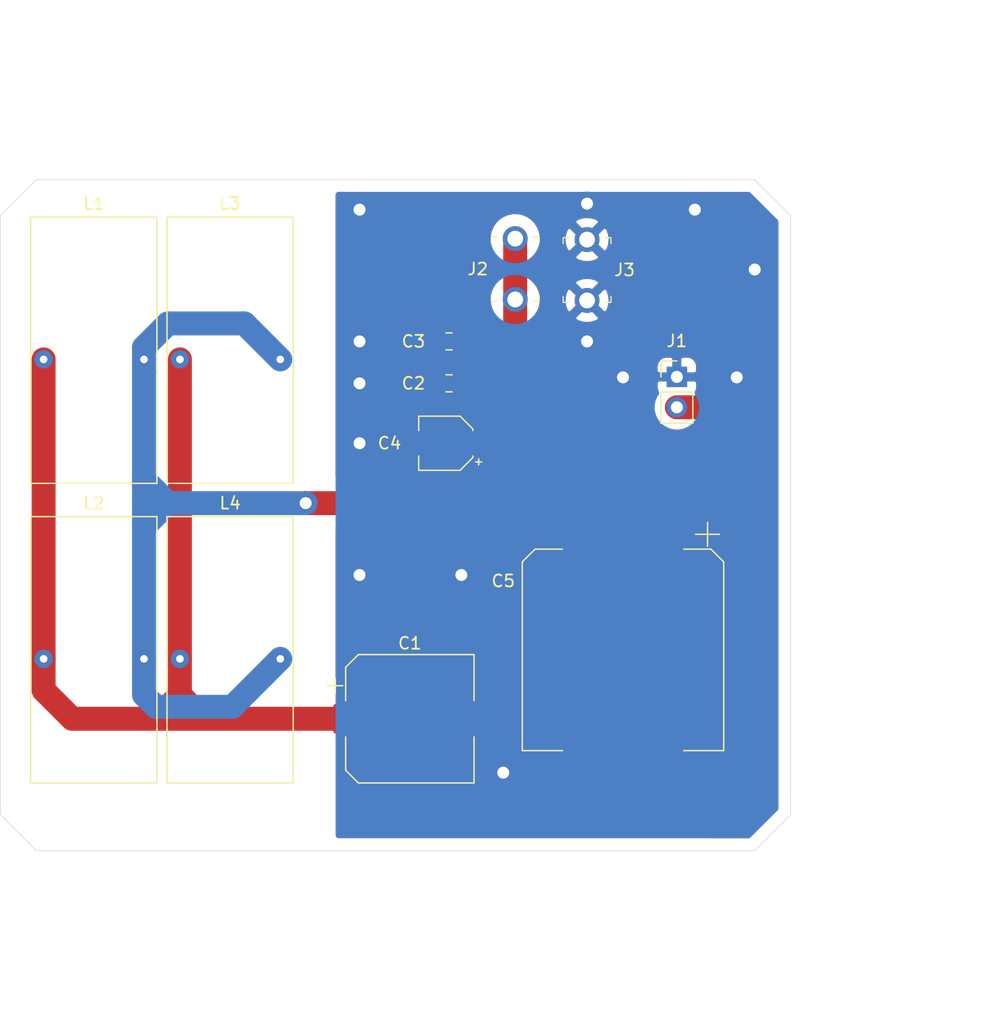
<source format=kicad_pcb>
(kicad_pcb (version 20171130) (host pcbnew "(5.1.5)-3")

  (general
    (thickness 1.6)
    (drawings 8)
    (tracks 86)
    (zones 0)
    (modules 12)
    (nets 4)
  )

  (page A4)
  (layers
    (0 F.Cu signal)
    (31 B.Cu signal)
    (32 B.Adhes user)
    (33 F.Adhes user)
    (34 B.Paste user)
    (35 F.Paste user)
    (36 B.SilkS user)
    (37 F.SilkS user)
    (38 B.Mask user)
    (39 F.Mask user)
    (40 Dwgs.User user)
    (41 Cmts.User user)
    (42 Eco1.User user)
    (43 Eco2.User user)
    (44 Edge.Cuts user)
    (45 Margin user)
    (46 B.CrtYd user)
    (47 F.CrtYd user)
    (48 B.Fab user)
    (49 F.Fab user)
  )

  (setup
    (last_trace_width 1)
    (user_trace_width 0.5)
    (user_trace_width 1)
    (user_trace_width 2)
    (trace_clearance 0.2)
    (zone_clearance 1)
    (zone_45_only yes)
    (trace_min 0.2)
    (via_size 0.8)
    (via_drill 0.4)
    (via_min_size 0.4)
    (via_min_drill 0.3)
    (user_via 1 0.6)
    (user_via 2 1)
    (uvia_size 0.3)
    (uvia_drill 0.1)
    (uvias_allowed no)
    (uvia_min_size 0.2)
    (uvia_min_drill 0.1)
    (edge_width 0.05)
    (segment_width 0.2)
    (pcb_text_width 0.3)
    (pcb_text_size 1.5 1.5)
    (mod_edge_width 0.12)
    (mod_text_size 1 1)
    (mod_text_width 0.15)
    (pad_size 1.524 1.524)
    (pad_drill 0.762)
    (pad_to_mask_clearance 0.051)
    (solder_mask_min_width 0.25)
    (aux_axis_origin 0 0)
    (visible_elements 7FFDFFFF)
    (pcbplotparams
      (layerselection 0x010f0_ffffffff)
      (usegerberextensions false)
      (usegerberattributes false)
      (usegerberadvancedattributes false)
      (creategerberjobfile false)
      (excludeedgelayer true)
      (linewidth 0.100000)
      (plotframeref false)
      (viasonmask false)
      (mode 1)
      (useauxorigin false)
      (hpglpennumber 1)
      (hpglpenspeed 20)
      (hpglpendiameter 15.000000)
      (psnegative false)
      (psa4output false)
      (plotreference true)
      (plotvalue true)
      (plotinvisibletext false)
      (padsonsilk false)
      (subtractmaskfromsilk false)
      (outputformat 1)
      (mirror false)
      (drillshape 0)
      (scaleselection 1)
      (outputdirectory "output/"))
  )

  (net 0 "")
  (net 1 GND)
  (net 2 VCC)
  (net 3 "Net-(C2-Pad1)")

  (net_class Default "This is the default net class."
    (clearance 0.2)
    (trace_width 0.25)
    (via_dia 0.8)
    (via_drill 0.4)
    (uvia_dia 0.3)
    (uvia_drill 0.1)
    (add_net GND)
    (add_net "Net-(C2-Pad1)")
    (add_net VCC)
  )

  (module footprints:Bourns-5729-RC (layer F.Cu) (tedit 5E74012F) (tstamp 5E746A5E)
    (at 116.191 100)
    (path /5E73FBC3)
    (fp_text reference L4 (at 0 -13) (layer F.SilkS)
      (effects (font (size 1 1) (thickness 0.15)))
    )
    (fp_text value 100uH (at 0 -12.7) (layer F.Fab)
      (effects (font (size 1 1) (thickness 0.15)))
    )
    (fp_line (start -5.2705 10.3505) (end -5.2705 -11.8745) (layer F.SilkS) (width 0.12))
    (fp_line (start 5.2705 10.3505) (end -5.2705 10.3505) (layer F.SilkS) (width 0.12))
    (fp_line (start 5.2705 -11.8745) (end 5.2705 10.3505) (layer F.SilkS) (width 0.12))
    (fp_line (start -5.2705 -11.8745) (end 5.2705 -11.8745) (layer F.SilkS) (width 0.12))
    (fp_line (start -5.207 10.287) (end -5.207 -11.811) (layer F.CrtYd) (width 0.12))
    (fp_line (start 4.699 10.287) (end -5.207 10.287) (layer F.CrtYd) (width 0.12))
    (fp_line (start 5.207 10.287) (end 4.699 10.287) (layer F.CrtYd) (width 0.12))
    (fp_line (start 5.207 -11.811) (end 5.207 10.287) (layer F.CrtYd) (width 0.12))
    (fp_line (start -5.207 -11.811) (end 5.207 -11.811) (layer F.CrtYd) (width 0.12))
    (fp_line (start -5 -11.557) (end 5 -11.557) (layer F.CrtYd) (width 0.0635))
    (fp_line (start -5 10.033) (end -5 -11.557) (layer F.CrtYd) (width 0.0635))
    (fp_line (start -5 10.033) (end 5 10.033) (layer F.CrtYd) (width 0.0635))
    (fp_line (start 5 10.033) (end 5 -11.557) (layer F.CrtYd) (width 0.0635))
    (pad 1 thru_hole circle (at -4.191 0) (size 1.524 1.524) (drill 0.635) (layers *.Cu *.Mask)
      (net 2 VCC))
    (pad 2 thru_hole circle (at 4.191 0) (size 1.524 1.524) (drill 0.635) (layers *.Cu *.Mask)
      (net 3 "Net-(C2-Pad1)"))
    (model "${ALTSTPFILES}/Inductor 5729-rc.stp"
      (offset (xyz -4.5 0 13))
      (scale (xyz 1 1 1))
      (rotate (xyz 0 180 90))
    )
  )

  (module footprints:Bourns-5729-RC (layer F.Cu) (tedit 5E74012F) (tstamp 5E746A4B)
    (at 116.191 75)
    (path /5E741D6D)
    (fp_text reference L3 (at 0 -13) (layer F.SilkS)
      (effects (font (size 1 1) (thickness 0.15)))
    )
    (fp_text value 100uH (at 0 -12.7) (layer F.Fab)
      (effects (font (size 1 1) (thickness 0.15)))
    )
    (fp_line (start -5.2705 10.3505) (end -5.2705 -11.8745) (layer F.SilkS) (width 0.12))
    (fp_line (start 5.2705 10.3505) (end -5.2705 10.3505) (layer F.SilkS) (width 0.12))
    (fp_line (start 5.2705 -11.8745) (end 5.2705 10.3505) (layer F.SilkS) (width 0.12))
    (fp_line (start -5.2705 -11.8745) (end 5.2705 -11.8745) (layer F.SilkS) (width 0.12))
    (fp_line (start -5.207 10.287) (end -5.207 -11.811) (layer F.CrtYd) (width 0.12))
    (fp_line (start 4.699 10.287) (end -5.207 10.287) (layer F.CrtYd) (width 0.12))
    (fp_line (start 5.207 10.287) (end 4.699 10.287) (layer F.CrtYd) (width 0.12))
    (fp_line (start 5.207 -11.811) (end 5.207 10.287) (layer F.CrtYd) (width 0.12))
    (fp_line (start -5.207 -11.811) (end 5.207 -11.811) (layer F.CrtYd) (width 0.12))
    (fp_line (start -5 -11.557) (end 5 -11.557) (layer F.CrtYd) (width 0.0635))
    (fp_line (start -5 10.033) (end -5 -11.557) (layer F.CrtYd) (width 0.0635))
    (fp_line (start -5 10.033) (end 5 10.033) (layer F.CrtYd) (width 0.0635))
    (fp_line (start 5 10.033) (end 5 -11.557) (layer F.CrtYd) (width 0.0635))
    (pad 1 thru_hole circle (at -4.191 0) (size 1.524 1.524) (drill 0.635) (layers *.Cu *.Mask)
      (net 2 VCC))
    (pad 2 thru_hole circle (at 4.191 0) (size 1.524 1.524) (drill 0.635) (layers *.Cu *.Mask)
      (net 3 "Net-(C2-Pad1)"))
    (model "${ALTSTPFILES}/Inductor 5729-rc.stp"
      (offset (xyz -4.5 0 13))
      (scale (xyz 1 1 1))
      (rotate (xyz 0 180 90))
    )
  )

  (module footprints:Bourns-5729-RC (layer F.Cu) (tedit 5E74012F) (tstamp 5E746A38)
    (at 104.809 100)
    (path /5E74262B)
    (fp_text reference L2 (at 0 -13) (layer F.SilkS)
      (effects (font (size 1 1) (thickness 0.15)))
    )
    (fp_text value 100uH (at 0 -12.7) (layer F.Fab)
      (effects (font (size 1 1) (thickness 0.15)))
    )
    (fp_line (start -5.2705 10.3505) (end -5.2705 -11.8745) (layer F.SilkS) (width 0.12))
    (fp_line (start 5.2705 10.3505) (end -5.2705 10.3505) (layer F.SilkS) (width 0.12))
    (fp_line (start 5.2705 -11.8745) (end 5.2705 10.3505) (layer F.SilkS) (width 0.12))
    (fp_line (start -5.2705 -11.8745) (end 5.2705 -11.8745) (layer F.SilkS) (width 0.12))
    (fp_line (start -5.207 10.287) (end -5.207 -11.811) (layer F.CrtYd) (width 0.12))
    (fp_line (start 4.699 10.287) (end -5.207 10.287) (layer F.CrtYd) (width 0.12))
    (fp_line (start 5.207 10.287) (end 4.699 10.287) (layer F.CrtYd) (width 0.12))
    (fp_line (start 5.207 -11.811) (end 5.207 10.287) (layer F.CrtYd) (width 0.12))
    (fp_line (start -5.207 -11.811) (end 5.207 -11.811) (layer F.CrtYd) (width 0.12))
    (fp_line (start -5 -11.557) (end 5 -11.557) (layer F.CrtYd) (width 0.0635))
    (fp_line (start -5 10.033) (end -5 -11.557) (layer F.CrtYd) (width 0.0635))
    (fp_line (start -5 10.033) (end 5 10.033) (layer F.CrtYd) (width 0.0635))
    (fp_line (start 5 10.033) (end 5 -11.557) (layer F.CrtYd) (width 0.0635))
    (pad 1 thru_hole circle (at -4.191 0) (size 1.524 1.524) (drill 0.635) (layers *.Cu *.Mask)
      (net 2 VCC))
    (pad 2 thru_hole circle (at 4.191 0) (size 1.524 1.524) (drill 0.635) (layers *.Cu *.Mask)
      (net 3 "Net-(C2-Pad1)"))
    (model "${ALTSTPFILES}/Inductor 5729-rc.stp"
      (offset (xyz -4.5 0 13))
      (scale (xyz 1 1 1))
      (rotate (xyz 0 180 90))
    )
  )

  (module footprints:Bourns-5729-RC (layer F.Cu) (tedit 5E74012F) (tstamp 5E746A25)
    (at 104.809 75)
    (path /5E743104)
    (fp_text reference L1 (at 0 -13) (layer F.SilkS)
      (effects (font (size 1 1) (thickness 0.15)))
    )
    (fp_text value 100uH (at 0 -12.7) (layer F.Fab)
      (effects (font (size 1 1) (thickness 0.15)))
    )
    (fp_line (start -5.2705 10.3505) (end -5.2705 -11.8745) (layer F.SilkS) (width 0.12))
    (fp_line (start 5.2705 10.3505) (end -5.2705 10.3505) (layer F.SilkS) (width 0.12))
    (fp_line (start 5.2705 -11.8745) (end 5.2705 10.3505) (layer F.SilkS) (width 0.12))
    (fp_line (start -5.2705 -11.8745) (end 5.2705 -11.8745) (layer F.SilkS) (width 0.12))
    (fp_line (start -5.207 10.287) (end -5.207 -11.811) (layer F.CrtYd) (width 0.12))
    (fp_line (start 4.699 10.287) (end -5.207 10.287) (layer F.CrtYd) (width 0.12))
    (fp_line (start 5.207 10.287) (end 4.699 10.287) (layer F.CrtYd) (width 0.12))
    (fp_line (start 5.207 -11.811) (end 5.207 10.287) (layer F.CrtYd) (width 0.12))
    (fp_line (start -5.207 -11.811) (end 5.207 -11.811) (layer F.CrtYd) (width 0.12))
    (fp_line (start -5 -11.557) (end 5 -11.557) (layer F.CrtYd) (width 0.0635))
    (fp_line (start -5 10.033) (end -5 -11.557) (layer F.CrtYd) (width 0.0635))
    (fp_line (start -5 10.033) (end 5 10.033) (layer F.CrtYd) (width 0.0635))
    (fp_line (start 5 10.033) (end 5 -11.557) (layer F.CrtYd) (width 0.0635))
    (pad 1 thru_hole circle (at -4.191 0) (size 1.524 1.524) (drill 0.635) (layers *.Cu *.Mask)
      (net 2 VCC))
    (pad 2 thru_hole circle (at 4.191 0) (size 1.524 1.524) (drill 0.635) (layers *.Cu *.Mask)
      (net 3 "Net-(C2-Pad1)"))
    (model "${ALTSTPFILES}/Inductor 5729-rc.stp"
      (offset (xyz -4.5 0 13))
      (scale (xyz 1 1 1))
      (rotate (xyz 0 180 90))
    )
  )

  (module digikey-footprints:Test_Jack_Horiz (layer F.Cu) (tedit 5CADFBF7) (tstamp 5E746A12)
    (at 146 67.54 270)
    (descr https://belfuse.com/resources/Johnson/drawings/dr-1051101001.pdf)
    (path /5E75170F)
    (fp_text reference J3 (at 0 -3.13 180) (layer F.SilkS)
      (effects (font (size 1 1) (thickness 0.15)))
    )
    (fp_text value 105-1103-001 (at 0 3.02 90) (layer F.Fab)
      (effects (font (size 1 1) (thickness 0.15)))
    )
    (fp_line (start -2.54 1.8669) (end 2.54 1.8669) (layer F.Fab) (width 0.1))
    (fp_line (start -2.54 1.8669) (end -2.54 -1.8669) (layer F.Fab) (width 0.1))
    (fp_line (start 2.54 1.8669) (end 2.54 -1.8669) (layer F.Fab) (width 0.1))
    (fp_line (start -2.54 -1.8669) (end 2.54 -1.8669) (layer F.Fab) (width 0.1))
    (fp_line (start 2.7 -2) (end 2.2 -2) (layer F.SilkS) (width 0.1))
    (fp_line (start 2.7 -2) (end 2.7 -1.5) (layer F.SilkS) (width 0.1))
    (fp_line (start -2.7 -2) (end -2.2 -2) (layer F.SilkS) (width 0.1))
    (fp_line (start -2.7 -2) (end -2.7 -1.5) (layer F.SilkS) (width 0.1))
    (fp_line (start -2.7 2) (end -2.2 2) (layer F.SilkS) (width 0.1))
    (fp_line (start -2.7 2) (end -2.7 1.5) (layer F.SilkS) (width 0.1))
    (fp_line (start 2.7 2) (end 2.7 1.5) (layer F.SilkS) (width 0.1))
    (fp_line (start 2.7 2) (end 2.2 2) (layer F.SilkS) (width 0.1))
    (fp_text user %R (at 0 0 90) (layer F.Fab)
      (effects (font (size 1 1) (thickness 0.15)))
    )
    (fp_line (start 3.83 -2.12) (end -3.83 -2.12) (layer F.CrtYd) (width 0.05))
    (fp_line (start 3.83 -2.12) (end 3.83 2.12) (layer F.CrtYd) (width 0.05))
    (fp_line (start -3.83 -2.12) (end -3.83 2.12) (layer F.CrtYd) (width 0.05))
    (fp_line (start 3.83 2.12) (end -3.83 2.12) (layer F.CrtYd) (width 0.05))
    (pad 1 thru_hole circle (at 2.54 0 270) (size 2.0828 2.0828) (drill 1.3208) (layers *.Cu *.Mask)
      (net 1 GND))
    (pad 1 thru_hole circle (at -2.54 0 270) (size 2.0828 2.0828) (drill 1.3208) (layers *.Cu *.Mask)
      (net 1 GND))
  )

  (module digikey-footprints:Test_Jack_Horiz (layer F.Cu) (tedit 5CADFBF7) (tstamp 5E7469FB)
    (at 140 67.46 90)
    (descr https://belfuse.com/resources/Johnson/drawings/dr-1051101001.pdf)
    (path /5E750143)
    (fp_text reference J2 (at 0 -3.13 180) (layer F.SilkS)
      (effects (font (size 1 1) (thickness 0.15)))
    )
    (fp_text value 105-1102-001 (at 0 3.02 90) (layer F.Fab)
      (effects (font (size 1 1) (thickness 0.15)))
    )
    (fp_line (start -2.54 1.8669) (end 2.54 1.8669) (layer F.Fab) (width 0.1))
    (fp_line (start -2.54 1.8669) (end -2.54 -1.8669) (layer F.Fab) (width 0.1))
    (fp_line (start 2.54 1.8669) (end 2.54 -1.8669) (layer F.Fab) (width 0.1))
    (fp_line (start -2.54 -1.8669) (end 2.54 -1.8669) (layer F.Fab) (width 0.1))
    (fp_line (start 2.7 -2) (end 2.2 -2) (layer F.SilkS) (width 0.1))
    (fp_line (start 2.7 -2) (end 2.7 -1.5) (layer F.SilkS) (width 0.1))
    (fp_line (start -2.7 -2) (end -2.2 -2) (layer F.SilkS) (width 0.1))
    (fp_line (start -2.7 -2) (end -2.7 -1.5) (layer F.SilkS) (width 0.1))
    (fp_line (start -2.7 2) (end -2.2 2) (layer F.SilkS) (width 0.1))
    (fp_line (start -2.7 2) (end -2.7 1.5) (layer F.SilkS) (width 0.1))
    (fp_line (start 2.7 2) (end 2.7 1.5) (layer F.SilkS) (width 0.1))
    (fp_line (start 2.7 2) (end 2.2 2) (layer F.SilkS) (width 0.1))
    (fp_text user %R (at 0 0 90) (layer F.Fab)
      (effects (font (size 1 1) (thickness 0.15)))
    )
    (fp_line (start 3.83 -2.12) (end -3.83 -2.12) (layer F.CrtYd) (width 0.05))
    (fp_line (start 3.83 -2.12) (end 3.83 2.12) (layer F.CrtYd) (width 0.05))
    (fp_line (start -3.83 -2.12) (end -3.83 2.12) (layer F.CrtYd) (width 0.05))
    (fp_line (start 3.83 2.12) (end -3.83 2.12) (layer F.CrtYd) (width 0.05))
    (pad 1 thru_hole circle (at 2.54 0 90) (size 2.0828 2.0828) (drill 1.3208) (layers *.Cu *.Mask)
      (net 3 "Net-(C2-Pad1)"))
    (pad 1 thru_hole circle (at -2.54 0 90) (size 2.0828 2.0828) (drill 1.3208) (layers *.Cu *.Mask)
      (net 3 "Net-(C2-Pad1)"))
  )

  (module Connector_PinHeader_2.54mm:PinHeader_1x02_P2.54mm_Vertical (layer F.Cu) (tedit 59FED5CC) (tstamp 5E7469E4)
    (at 153.5 76.46)
    (descr "Through hole straight pin header, 1x02, 2.54mm pitch, single row")
    (tags "Through hole pin header THT 1x02 2.54mm single row")
    (path /5E74476D)
    (fp_text reference J1 (at 0 -3) (layer F.SilkS)
      (effects (font (size 1 1) (thickness 0.15)))
    )
    (fp_text value Conn_01x02 (at 0 4.87) (layer F.Fab)
      (effects (font (size 1 1) (thickness 0.15)))
    )
    (fp_text user %R (at 0 1.27 90) (layer F.Fab)
      (effects (font (size 1 1) (thickness 0.15)))
    )
    (fp_line (start 1.8 -1.8) (end -1.8 -1.8) (layer F.CrtYd) (width 0.05))
    (fp_line (start 1.8 4.35) (end 1.8 -1.8) (layer F.CrtYd) (width 0.05))
    (fp_line (start -1.8 4.35) (end 1.8 4.35) (layer F.CrtYd) (width 0.05))
    (fp_line (start -1.8 -1.8) (end -1.8 4.35) (layer F.CrtYd) (width 0.05))
    (fp_line (start -1.33 -1.33) (end 0 -1.33) (layer F.SilkS) (width 0.12))
    (fp_line (start -1.33 0) (end -1.33 -1.33) (layer F.SilkS) (width 0.12))
    (fp_line (start -1.33 1.27) (end 1.33 1.27) (layer F.SilkS) (width 0.12))
    (fp_line (start 1.33 1.27) (end 1.33 3.87) (layer F.SilkS) (width 0.12))
    (fp_line (start -1.33 1.27) (end -1.33 3.87) (layer F.SilkS) (width 0.12))
    (fp_line (start -1.33 3.87) (end 1.33 3.87) (layer F.SilkS) (width 0.12))
    (fp_line (start -1.27 -0.635) (end -0.635 -1.27) (layer F.Fab) (width 0.1))
    (fp_line (start -1.27 3.81) (end -1.27 -0.635) (layer F.Fab) (width 0.1))
    (fp_line (start 1.27 3.81) (end -1.27 3.81) (layer F.Fab) (width 0.1))
    (fp_line (start 1.27 -1.27) (end 1.27 3.81) (layer F.Fab) (width 0.1))
    (fp_line (start -0.635 -1.27) (end 1.27 -1.27) (layer F.Fab) (width 0.1))
    (pad 2 thru_hole oval (at 0 2.54) (size 1.7 1.7) (drill 1) (layers *.Cu *.Mask)
      (net 2 VCC))
    (pad 1 thru_hole rect (at 0 0) (size 1.7 1.7) (drill 1) (layers *.Cu *.Mask)
      (net 1 GND))
    (model ${KISYS3DMOD}/Connector_PinHeader_2.54mm.3dshapes/PinHeader_1x02_P2.54mm_Vertical.wrl
      (at (xyz 0 0 0))
      (scale (xyz 1 1 1))
      (rotate (xyz 0 0 0))
    )
  )

  (module Capacitor_SMD:CP_Elec_16x17.5 (layer F.Cu) (tedit 5BCA39D1) (tstamp 5E7469CE)
    (at 149 99.25 270)
    (descr "SMD capacitor, aluminum electrolytic, Vishay 1616, 16.0x17.5mm, http://www.vishay.com/docs/28395/150crz.pdf")
    (tags "capacitor electrolytic")
    (path /5E74F581)
    (attr smd)
    (fp_text reference C5 (at -5.75 10 180) (layer F.SilkS)
      (effects (font (size 1 1) (thickness 0.15)))
    )
    (fp_text value 1mF (at 0 9.35 90) (layer F.Fab)
      (effects (font (size 1 1) (thickness 0.15)))
    )
    (fp_text user %R (at 0 0 90) (layer F.Fab)
      (effects (font (size 1 1) (thickness 0.15)))
    )
    (fp_line (start -10.4 5.05) (end -8.55 5.05) (layer F.CrtYd) (width 0.05))
    (fp_line (start -10.4 -5.05) (end -10.4 5.05) (layer F.CrtYd) (width 0.05))
    (fp_line (start -8.55 -5.05) (end -10.4 -5.05) (layer F.CrtYd) (width 0.05))
    (fp_line (start -8.55 5.05) (end -8.55 7.4) (layer F.CrtYd) (width 0.05))
    (fp_line (start -8.55 -7.4) (end -8.55 -5.05) (layer F.CrtYd) (width 0.05))
    (fp_line (start -8.55 -7.4) (end -7.4 -8.55) (layer F.CrtYd) (width 0.05))
    (fp_line (start -8.55 7.4) (end -7.4 8.55) (layer F.CrtYd) (width 0.05))
    (fp_line (start -7.4 -8.55) (end 8.55 -8.55) (layer F.CrtYd) (width 0.05))
    (fp_line (start -7.4 8.55) (end 8.55 8.55) (layer F.CrtYd) (width 0.05))
    (fp_line (start 8.55 5.05) (end 8.55 8.55) (layer F.CrtYd) (width 0.05))
    (fp_line (start 10.4 5.05) (end 8.55 5.05) (layer F.CrtYd) (width 0.05))
    (fp_line (start 10.4 -5.05) (end 10.4 5.05) (layer F.CrtYd) (width 0.05))
    (fp_line (start 8.55 -5.05) (end 10.4 -5.05) (layer F.CrtYd) (width 0.05))
    (fp_line (start 8.55 -8.55) (end 8.55 -5.05) (layer F.CrtYd) (width 0.05))
    (fp_line (start -9.65 -8.06) (end -9.65 -6.06) (layer F.SilkS) (width 0.12))
    (fp_line (start -10.65 -7.06) (end -8.65 -7.06) (layer F.SilkS) (width 0.12))
    (fp_line (start -8.41 7.345563) (end -7.345563 8.41) (layer F.SilkS) (width 0.12))
    (fp_line (start -8.41 -7.345563) (end -7.345563 -8.41) (layer F.SilkS) (width 0.12))
    (fp_line (start -8.41 -7.345563) (end -8.41 -5.06) (layer F.SilkS) (width 0.12))
    (fp_line (start -8.41 7.345563) (end -8.41 5.06) (layer F.SilkS) (width 0.12))
    (fp_line (start -7.345563 8.41) (end 8.41 8.41) (layer F.SilkS) (width 0.12))
    (fp_line (start -7.345563 -8.41) (end 8.41 -8.41) (layer F.SilkS) (width 0.12))
    (fp_line (start 8.41 -8.41) (end 8.41 -5.06) (layer F.SilkS) (width 0.12))
    (fp_line (start 8.41 8.41) (end 8.41 5.06) (layer F.SilkS) (width 0.12))
    (fp_line (start -6.717142 -3.1) (end -6.717142 -1.5) (layer F.Fab) (width 0.1))
    (fp_line (start -7.517142 -2.3) (end -5.917142 -2.3) (layer F.Fab) (width 0.1))
    (fp_line (start -8.3 7.3) (end -7.3 8.3) (layer F.Fab) (width 0.1))
    (fp_line (start -8.3 -7.3) (end -7.3 -8.3) (layer F.Fab) (width 0.1))
    (fp_line (start -8.3 -7.3) (end -8.3 7.3) (layer F.Fab) (width 0.1))
    (fp_line (start -7.3 8.3) (end 8.3 8.3) (layer F.Fab) (width 0.1))
    (fp_line (start -7.3 -8.3) (end 8.3 -8.3) (layer F.Fab) (width 0.1))
    (fp_line (start 8.3 -8.3) (end 8.3 8.3) (layer F.Fab) (width 0.1))
    (fp_circle (center 0 0) (end 8 0) (layer F.Fab) (width 0.1))
    (pad 2 smd roundrect (at 6.25 0 270) (size 7.8 9.6) (layers F.Cu F.Paste F.Mask) (roundrect_rratio 0.032051)
      (net 1 GND))
    (pad 1 smd roundrect (at -6.25 0 270) (size 7.8 9.6) (layers F.Cu F.Paste F.Mask) (roundrect_rratio 0.032051)
      (net 3 "Net-(C2-Pad1)"))
    (model ${KISYS3DMOD}/Capacitor_SMD.3dshapes/CP_Elec_16x17.5.wrl
      (at (xyz 0 0 0))
      (scale (xyz 1 1 1))
      (rotate (xyz 0 0 0))
    )
  )

  (module Capacitor_SMD:CP_Elec_4x5.8 (layer F.Cu) (tedit 5BCA39CF) (tstamp 5E7469A6)
    (at 134.2 82 180)
    (descr "SMD capacitor, aluminum electrolytic, Panasonic, 4.0x5.8mm")
    (tags "capacitor electrolytic")
    (path /5E74EFF7)
    (attr smd)
    (fp_text reference C4 (at 4.7 0) (layer F.SilkS)
      (effects (font (size 1 1) (thickness 0.15)))
    )
    (fp_text value 10uF (at 0 3.2) (layer F.Fab)
      (effects (font (size 1 1) (thickness 0.15)))
    )
    (fp_text user %R (at 0 0) (layer F.Fab)
      (effects (font (size 0.8 0.8) (thickness 0.12)))
    )
    (fp_line (start -3.35 1.05) (end -2.4 1.05) (layer F.CrtYd) (width 0.05))
    (fp_line (start -3.35 -1.05) (end -3.35 1.05) (layer F.CrtYd) (width 0.05))
    (fp_line (start -2.4 -1.05) (end -3.35 -1.05) (layer F.CrtYd) (width 0.05))
    (fp_line (start -2.4 1.05) (end -2.4 1.25) (layer F.CrtYd) (width 0.05))
    (fp_line (start -2.4 -1.25) (end -2.4 -1.05) (layer F.CrtYd) (width 0.05))
    (fp_line (start -2.4 -1.25) (end -1.25 -2.4) (layer F.CrtYd) (width 0.05))
    (fp_line (start -2.4 1.25) (end -1.25 2.4) (layer F.CrtYd) (width 0.05))
    (fp_line (start -1.25 -2.4) (end 2.4 -2.4) (layer F.CrtYd) (width 0.05))
    (fp_line (start -1.25 2.4) (end 2.4 2.4) (layer F.CrtYd) (width 0.05))
    (fp_line (start 2.4 1.05) (end 2.4 2.4) (layer F.CrtYd) (width 0.05))
    (fp_line (start 3.35 1.05) (end 2.4 1.05) (layer F.CrtYd) (width 0.05))
    (fp_line (start 3.35 -1.05) (end 3.35 1.05) (layer F.CrtYd) (width 0.05))
    (fp_line (start 2.4 -1.05) (end 3.35 -1.05) (layer F.CrtYd) (width 0.05))
    (fp_line (start 2.4 -2.4) (end 2.4 -1.05) (layer F.CrtYd) (width 0.05))
    (fp_line (start -2.75 -1.81) (end -2.75 -1.31) (layer F.SilkS) (width 0.12))
    (fp_line (start -3 -1.56) (end -2.5 -1.56) (layer F.SilkS) (width 0.12))
    (fp_line (start -2.26 1.195563) (end -1.195563 2.26) (layer F.SilkS) (width 0.12))
    (fp_line (start -2.26 -1.195563) (end -1.195563 -2.26) (layer F.SilkS) (width 0.12))
    (fp_line (start -2.26 -1.195563) (end -2.26 -1.06) (layer F.SilkS) (width 0.12))
    (fp_line (start -2.26 1.195563) (end -2.26 1.06) (layer F.SilkS) (width 0.12))
    (fp_line (start -1.195563 2.26) (end 2.26 2.26) (layer F.SilkS) (width 0.12))
    (fp_line (start -1.195563 -2.26) (end 2.26 -2.26) (layer F.SilkS) (width 0.12))
    (fp_line (start 2.26 -2.26) (end 2.26 -1.06) (layer F.SilkS) (width 0.12))
    (fp_line (start 2.26 2.26) (end 2.26 1.06) (layer F.SilkS) (width 0.12))
    (fp_line (start -1.374773 -1.2) (end -1.374773 -0.8) (layer F.Fab) (width 0.1))
    (fp_line (start -1.574773 -1) (end -1.174773 -1) (layer F.Fab) (width 0.1))
    (fp_line (start -2.15 1.15) (end -1.15 2.15) (layer F.Fab) (width 0.1))
    (fp_line (start -2.15 -1.15) (end -1.15 -2.15) (layer F.Fab) (width 0.1))
    (fp_line (start -2.15 -1.15) (end -2.15 1.15) (layer F.Fab) (width 0.1))
    (fp_line (start -1.15 2.15) (end 2.15 2.15) (layer F.Fab) (width 0.1))
    (fp_line (start -1.15 -2.15) (end 2.15 -2.15) (layer F.Fab) (width 0.1))
    (fp_line (start 2.15 -2.15) (end 2.15 2.15) (layer F.Fab) (width 0.1))
    (fp_circle (center 0 0) (end 2 0) (layer F.Fab) (width 0.1))
    (pad 2 smd roundrect (at 1.8 0 180) (size 2.6 1.6) (layers F.Cu F.Paste F.Mask) (roundrect_rratio 0.15625)
      (net 1 GND))
    (pad 1 smd roundrect (at -1.8 0 180) (size 2.6 1.6) (layers F.Cu F.Paste F.Mask) (roundrect_rratio 0.15625)
      (net 3 "Net-(C2-Pad1)"))
    (model ${KISYS3DMOD}/Capacitor_SMD.3dshapes/CP_Elec_4x5.8.wrl
      (at (xyz 0 0 0))
      (scale (xyz 1 1 1))
      (rotate (xyz 0 0 0))
    )
  )

  (module Capacitor_SMD:C_0805_2012Metric_Pad1.15x1.40mm_HandSolder (layer F.Cu) (tedit 5B36C52B) (tstamp 5E74697E)
    (at 134.475 73.5 180)
    (descr "Capacitor SMD 0805 (2012 Metric), square (rectangular) end terminal, IPC_7351 nominal with elongated pad for handsoldering. (Body size source: https://docs.google.com/spreadsheets/d/1BsfQQcO9C6DZCsRaXUlFlo91Tg2WpOkGARC1WS5S8t0/edit?usp=sharing), generated with kicad-footprint-generator")
    (tags "capacitor handsolder")
    (path /5E74D7A4)
    (attr smd)
    (fp_text reference C3 (at 2.975 0) (layer F.SilkS)
      (effects (font (size 1 1) (thickness 0.15)))
    )
    (fp_text value 100nF (at 0 1.65) (layer F.Fab)
      (effects (font (size 1 1) (thickness 0.15)))
    )
    (fp_text user %R (at 0 0) (layer F.Fab)
      (effects (font (size 0.5 0.5) (thickness 0.08)))
    )
    (fp_line (start 1.85 0.95) (end -1.85 0.95) (layer F.CrtYd) (width 0.05))
    (fp_line (start 1.85 -0.95) (end 1.85 0.95) (layer F.CrtYd) (width 0.05))
    (fp_line (start -1.85 -0.95) (end 1.85 -0.95) (layer F.CrtYd) (width 0.05))
    (fp_line (start -1.85 0.95) (end -1.85 -0.95) (layer F.CrtYd) (width 0.05))
    (fp_line (start -0.261252 0.71) (end 0.261252 0.71) (layer F.SilkS) (width 0.12))
    (fp_line (start -0.261252 -0.71) (end 0.261252 -0.71) (layer F.SilkS) (width 0.12))
    (fp_line (start 1 0.6) (end -1 0.6) (layer F.Fab) (width 0.1))
    (fp_line (start 1 -0.6) (end 1 0.6) (layer F.Fab) (width 0.1))
    (fp_line (start -1 -0.6) (end 1 -0.6) (layer F.Fab) (width 0.1))
    (fp_line (start -1 0.6) (end -1 -0.6) (layer F.Fab) (width 0.1))
    (pad 2 smd roundrect (at 1.025 0 180) (size 1.15 1.4) (layers F.Cu F.Paste F.Mask) (roundrect_rratio 0.217391)
      (net 1 GND))
    (pad 1 smd roundrect (at -1.025 0 180) (size 1.15 1.4) (layers F.Cu F.Paste F.Mask) (roundrect_rratio 0.217391)
      (net 3 "Net-(C2-Pad1)"))
    (model ${KISYS3DMOD}/Capacitor_SMD.3dshapes/C_0805_2012Metric.wrl
      (at (xyz 0 0 0))
      (scale (xyz 1 1 1))
      (rotate (xyz 0 0 0))
    )
  )

  (module Capacitor_SMD:C_0805_2012Metric_Pad1.15x1.40mm_HandSolder (layer F.Cu) (tedit 5B36C52B) (tstamp 5E74696D)
    (at 134.475 77 180)
    (descr "Capacitor SMD 0805 (2012 Metric), square (rectangular) end terminal, IPC_7351 nominal with elongated pad for handsoldering. (Body size source: https://docs.google.com/spreadsheets/d/1BsfQQcO9C6DZCsRaXUlFlo91Tg2WpOkGARC1WS5S8t0/edit?usp=sharing), generated with kicad-footprint-generator")
    (tags "capacitor handsolder")
    (path /5E74CDDF)
    (attr smd)
    (fp_text reference C2 (at 2.975 0) (layer F.SilkS)
      (effects (font (size 1 1) (thickness 0.15)))
    )
    (fp_text value 10nF (at 0 1.65) (layer F.Fab)
      (effects (font (size 1 1) (thickness 0.15)))
    )
    (fp_text user %R (at 0 0) (layer F.Fab)
      (effects (font (size 0.5 0.5) (thickness 0.08)))
    )
    (fp_line (start 1.85 0.95) (end -1.85 0.95) (layer F.CrtYd) (width 0.05))
    (fp_line (start 1.85 -0.95) (end 1.85 0.95) (layer F.CrtYd) (width 0.05))
    (fp_line (start -1.85 -0.95) (end 1.85 -0.95) (layer F.CrtYd) (width 0.05))
    (fp_line (start -1.85 0.95) (end -1.85 -0.95) (layer F.CrtYd) (width 0.05))
    (fp_line (start -0.261252 0.71) (end 0.261252 0.71) (layer F.SilkS) (width 0.12))
    (fp_line (start -0.261252 -0.71) (end 0.261252 -0.71) (layer F.SilkS) (width 0.12))
    (fp_line (start 1 0.6) (end -1 0.6) (layer F.Fab) (width 0.1))
    (fp_line (start 1 -0.6) (end 1 0.6) (layer F.Fab) (width 0.1))
    (fp_line (start -1 -0.6) (end 1 -0.6) (layer F.Fab) (width 0.1))
    (fp_line (start -1 0.6) (end -1 -0.6) (layer F.Fab) (width 0.1))
    (pad 2 smd roundrect (at 1.025 0 180) (size 1.15 1.4) (layers F.Cu F.Paste F.Mask) (roundrect_rratio 0.217391)
      (net 1 GND))
    (pad 1 smd roundrect (at -1.025 0 180) (size 1.15 1.4) (layers F.Cu F.Paste F.Mask) (roundrect_rratio 0.217391)
      (net 3 "Net-(C2-Pad1)"))
    (model ${KISYS3DMOD}/Capacitor_SMD.3dshapes/C_0805_2012Metric.wrl
      (at (xyz 0 0 0))
      (scale (xyz 1 1 1))
      (rotate (xyz 0 0 0))
    )
  )

  (module Capacitor_SMD:CP_Elec_10x14.3 (layer F.Cu) (tedit 5BCA39D1) (tstamp 5E74695C)
    (at 131.2 105)
    (descr "SMD capacitor, aluminum electrolytic, Vishay 1014, 10.0x14.3mm, http://www.vishay.com/docs/28395/150crz.pdf")
    (tags "capacitor electrolytic")
    (path /5E74918F)
    (attr smd)
    (fp_text reference C1 (at 0 -6.3) (layer F.SilkS)
      (effects (font (size 1 1) (thickness 0.15)))
    )
    (fp_text value 470uF (at 0 6.3) (layer F.Fab)
      (effects (font (size 1 1) (thickness 0.15)))
    )
    (fp_text user %R (at 0 0) (layer F.Fab)
      (effects (font (size 1 1) (thickness 0.15)))
    )
    (fp_line (start -6.65 1.5) (end -5.5 1.5) (layer F.CrtYd) (width 0.05))
    (fp_line (start -6.65 -1.5) (end -6.65 1.5) (layer F.CrtYd) (width 0.05))
    (fp_line (start -5.5 -1.5) (end -6.65 -1.5) (layer F.CrtYd) (width 0.05))
    (fp_line (start -5.5 1.5) (end -5.5 4.35) (layer F.CrtYd) (width 0.05))
    (fp_line (start -5.5 -4.35) (end -5.5 -1.5) (layer F.CrtYd) (width 0.05))
    (fp_line (start -5.5 -4.35) (end -4.35 -5.5) (layer F.CrtYd) (width 0.05))
    (fp_line (start -5.5 4.35) (end -4.35 5.5) (layer F.CrtYd) (width 0.05))
    (fp_line (start -4.35 -5.5) (end 5.5 -5.5) (layer F.CrtYd) (width 0.05))
    (fp_line (start -4.35 5.5) (end 5.5 5.5) (layer F.CrtYd) (width 0.05))
    (fp_line (start 5.5 1.5) (end 5.5 5.5) (layer F.CrtYd) (width 0.05))
    (fp_line (start 6.65 1.5) (end 5.5 1.5) (layer F.CrtYd) (width 0.05))
    (fp_line (start 6.65 -1.5) (end 6.65 1.5) (layer F.CrtYd) (width 0.05))
    (fp_line (start 5.5 -1.5) (end 6.65 -1.5) (layer F.CrtYd) (width 0.05))
    (fp_line (start 5.5 -5.5) (end 5.5 -1.5) (layer F.CrtYd) (width 0.05))
    (fp_line (start -6.225 -3.385) (end -6.225 -2.135) (layer F.SilkS) (width 0.12))
    (fp_line (start -6.85 -2.76) (end -5.6 -2.76) (layer F.SilkS) (width 0.12))
    (fp_line (start -5.36 4.295563) (end -4.295563 5.36) (layer F.SilkS) (width 0.12))
    (fp_line (start -5.36 -4.295563) (end -4.295563 -5.36) (layer F.SilkS) (width 0.12))
    (fp_line (start -5.36 -4.295563) (end -5.36 -1.51) (layer F.SilkS) (width 0.12))
    (fp_line (start -5.36 4.295563) (end -5.36 1.51) (layer F.SilkS) (width 0.12))
    (fp_line (start -4.295563 5.36) (end 5.36 5.36) (layer F.SilkS) (width 0.12))
    (fp_line (start -4.295563 -5.36) (end 5.36 -5.36) (layer F.SilkS) (width 0.12))
    (fp_line (start 5.36 -5.36) (end 5.36 -1.51) (layer F.SilkS) (width 0.12))
    (fp_line (start 5.36 5.36) (end 5.36 1.51) (layer F.SilkS) (width 0.12))
    (fp_line (start -4.058325 -2.2) (end -4.058325 -1.2) (layer F.Fab) (width 0.1))
    (fp_line (start -4.558325 -1.7) (end -3.558325 -1.7) (layer F.Fab) (width 0.1))
    (fp_line (start -5.25 4.25) (end -4.25 5.25) (layer F.Fab) (width 0.1))
    (fp_line (start -5.25 -4.25) (end -4.25 -5.25) (layer F.Fab) (width 0.1))
    (fp_line (start -5.25 -4.25) (end -5.25 4.25) (layer F.Fab) (width 0.1))
    (fp_line (start -4.25 5.25) (end 5.25 5.25) (layer F.Fab) (width 0.1))
    (fp_line (start -4.25 -5.25) (end 5.25 -5.25) (layer F.Fab) (width 0.1))
    (fp_line (start 5.25 -5.25) (end 5.25 5.25) (layer F.Fab) (width 0.1))
    (fp_circle (center 0 0) (end 5 0) (layer F.Fab) (width 0.1))
    (pad 2 smd roundrect (at 4.2 0) (size 4.4 2.5) (layers F.Cu F.Paste F.Mask) (roundrect_rratio 0.1)
      (net 1 GND))
    (pad 1 smd roundrect (at -4.2 0) (size 4.4 2.5) (layers F.Cu F.Paste F.Mask) (roundrect_rratio 0.1)
      (net 2 VCC))
    (model ${KISYS3DMOD}/Capacitor_SMD.3dshapes/CP_Elec_10x14.3.wrl
      (at (xyz 0 0 0))
      (scale (xyz 1 1 1))
      (rotate (xyz 0 0 0))
    )
  )

  (gr_line (start 100 116) (end 97 113) (layer Edge.Cuts) (width 0.05) (tstamp 5E748728))
  (gr_line (start 160 116) (end 163 113) (layer Edge.Cuts) (width 0.05) (tstamp 5E748719))
  (gr_line (start 163 63) (end 160 60) (layer Edge.Cuts) (width 0.05) (tstamp 5E748714))
  (gr_line (start 97 63) (end 100 60) (layer Edge.Cuts) (width 0.05) (tstamp 5E74870E))
  (gr_line (start 97 113) (end 97 63) (layer Edge.Cuts) (width 0.05) (tstamp 5E748707))
  (gr_line (start 160 116) (end 100 116) (layer Edge.Cuts) (width 0.05))
  (gr_line (start 163 63) (end 163 113) (layer Edge.Cuts) (width 0.05))
  (gr_line (start 100 60) (end 160 60) (layer Edge.Cuts) (width 0.05))

  (via (at 127 82) (size 2) (drill 1) (layers F.Cu B.Cu) (net 1))
  (via (at 127 77) (size 2) (drill 1) (layers F.Cu B.Cu) (net 1))
  (via (at 127 73.5) (size 2) (drill 1) (layers F.Cu B.Cu) (net 1))
  (via (at 146 73.5) (size 2) (drill 1) (layers F.Cu B.Cu) (net 1))
  (via (at 149 76.5) (size 2) (drill 1) (layers F.Cu B.Cu) (net 1))
  (via (at 127 93) (size 2) (drill 1) (layers F.Cu B.Cu) (net 1))
  (via (at 135.5 93) (size 2) (drill 1) (layers F.Cu B.Cu) (net 1))
  (via (at 139 109.5) (size 2) (drill 1) (layers F.Cu B.Cu) (net 1))
  (via (at 158.5 76.5) (size 2) (drill 1) (layers F.Cu B.Cu) (net 1))
  (via (at 146 62) (size 2) (drill 1) (layers F.Cu B.Cu) (net 1))
  (via (at 127 62.5) (size 2) (drill 1) (layers F.Cu B.Cu) (net 1))
  (via (at 155 62.5) (size 2) (drill 1) (layers F.Cu B.Cu) (net 1))
  (via (at 160 67.5) (size 2) (drill 1) (layers F.Cu B.Cu) (net 1))
  (segment (start 100.618 100) (end 100.618 75) (width 2) (layer F.Cu) (net 2))
  (segment (start 100.618 102.618) (end 100.618 100) (width 2) (layer F.Cu) (net 2))
  (segment (start 103 105) (end 100.618 102.618) (width 2) (layer F.Cu) (net 2))
  (segment (start 110 105) (end 112 103) (width 2) (layer F.Cu) (net 2))
  (segment (start 112 103) (end 112 100) (width 2) (layer F.Cu) (net 2))
  (segment (start 112 105) (end 110 105) (width 2) (layer F.Cu) (net 2))
  (segment (start 112 105) (end 112 103) (width 2) (layer F.Cu) (net 2))
  (segment (start 110 105) (end 103 105) (width 2) (layer F.Cu) (net 2))
  (segment (start 114 105) (end 112 103) (width 2) (layer F.Cu) (net 2))
  (segment (start 114 105) (end 112 105) (width 2) (layer F.Cu) (net 2))
  (segment (start 112 100) (end 112 75) (width 2) (layer F.Cu) (net 2))
  (segment (start 127 105) (end 114 105) (width 2) (layer F.Cu) (net 2))
  (segment (start 157 79) (end 153.5 79) (width 2) (layer F.Cu) (net 2))
  (segment (start 159 81) (end 157 79) (width 2) (layer F.Cu) (net 2))
  (segment (start 127 111) (end 128.5 112.5) (width 2) (layer F.Cu) (net 2))
  (segment (start 159 109.5) (end 159 81) (width 2) (layer F.Cu) (net 2))
  (segment (start 127 105) (end 127 111) (width 2) (layer F.Cu) (net 2))
  (segment (start 128.5 112.5) (end 156 112.5) (width 2) (layer F.Cu) (net 2))
  (segment (start 156 112.5) (end 159 109.5) (width 2) (layer F.Cu) (net 2))
  (segment (start 109 103) (end 109 100) (width 2) (layer B.Cu) (net 3))
  (segment (start 110 104) (end 109 103) (width 2) (layer B.Cu) (net 3))
  (segment (start 120.382 100) (end 116.382 104) (width 2) (layer B.Cu) (net 3))
  (segment (start 116.382 104) (end 110 104) (width 2) (layer B.Cu) (net 3))
  (segment (start 109 76) (end 109 75) (width 2) (layer B.Cu) (net 3))
  (segment (start 117.382 72) (end 120.382 75) (width 2) (layer B.Cu) (net 3))
  (segment (start 111 72) (end 117.382 72) (width 2) (layer B.Cu) (net 3))
  (segment (start 109 75) (end 109 74) (width 2) (layer B.Cu) (net 3))
  (segment (start 109 74) (end 111 72) (width 2) (layer B.Cu) (net 3))
  (segment (start 109 85) (end 111 87) (width 2) (layer B.Cu) (net 3))
  (segment (start 109 87) (end 111 87) (width 2) (layer B.Cu) (net 3))
  (segment (start 109 87) (end 109 85) (width 2) (layer B.Cu) (net 3))
  (segment (start 109 85) (end 109 76) (width 2) (layer B.Cu) (net 3))
  (segment (start 109 89) (end 111 87) (width 2) (layer B.Cu) (net 3))
  (segment (start 109 100) (end 109 89) (width 2) (layer B.Cu) (net 3))
  (segment (start 109 89) (end 109 87) (width 2) (layer B.Cu) (net 3))
  (segment (start 140 85) (end 140 87) (width 2) (layer F.Cu) (net 3))
  (segment (start 142 87) (end 140 85) (width 2) (layer F.Cu) (net 3))
  (segment (start 143 87) (end 142 87) (width 2) (layer F.Cu) (net 3))
  (segment (start 143 87) (end 140 87) (width 2) (layer F.Cu) (net 3))
  (segment (start 143 87) (end 148 87) (width 2) (layer F.Cu) (net 3))
  (segment (start 149 88) (end 149 93) (width 2) (layer F.Cu) (net 3))
  (segment (start 148 87) (end 149 88) (width 2) (layer F.Cu) (net 3))
  (via (at 122.5 87) (size 2) (drill 1) (layers F.Cu B.Cu) (net 3))
  (segment (start 111 87) (end 122.5 87) (width 2) (layer B.Cu) (net 3))
  (segment (start 140 87) (end 138 87) (width 2) (layer F.Cu) (net 3))
  (segment (start 138 87) (end 140 85) (width 2) (layer F.Cu) (net 3))
  (segment (start 138 87) (end 122.5 87) (width 2) (layer F.Cu) (net 3))
  (segment (start 139.5 72.5) (end 138.5 73.5) (width 1) (layer F.Cu) (net 3))
  (segment (start 140 72.5) (end 139.5 72.5) (width 1) (layer F.Cu) (net 3))
  (segment (start 140 72.5) (end 140 70) (width 2) (layer F.Cu) (net 3))
  (segment (start 138.5 73.5) (end 140 73.5) (width 1) (layer F.Cu) (net 3))
  (segment (start 140 73.5) (end 140 72.5) (width 2) (layer F.Cu) (net 3))
  (segment (start 135.5 73.5) (end 138.5 73.5) (width 1) (layer F.Cu) (net 3))
  (segment (start 139.5 74.5) (end 138.5 73.5) (width 1) (layer F.Cu) (net 3))
  (segment (start 140 74.5) (end 139.5 74.5) (width 1) (layer F.Cu) (net 3))
  (segment (start 140 74.5) (end 140 73.5) (width 2) (layer F.Cu) (net 3))
  (segment (start 139.5 76) (end 138.5 77) (width 1) (layer F.Cu) (net 3))
  (segment (start 140 76) (end 139.5 76) (width 1) (layer F.Cu) (net 3))
  (segment (start 140 76) (end 140 74.5) (width 2) (layer F.Cu) (net 3))
  (segment (start 138.5 77) (end 140 77) (width 1) (layer F.Cu) (net 3))
  (segment (start 140 77) (end 140 76) (width 2) (layer F.Cu) (net 3))
  (segment (start 135.5 77) (end 138.5 77) (width 1) (layer F.Cu) (net 3))
  (segment (start 140 78.5) (end 138.5 77) (width 1) (layer F.Cu) (net 3))
  (segment (start 140 78.5) (end 140 77) (width 2) (layer F.Cu) (net 3))
  (segment (start 140 82) (end 140 80.5) (width 2) (layer F.Cu) (net 3))
  (segment (start 140 80.5) (end 140 78.5) (width 2) (layer F.Cu) (net 3))
  (segment (start 140 85) (end 140 83.5) (width 2) (layer F.Cu) (net 3))
  (segment (start 140 83.5) (end 140 82) (width 2) (layer F.Cu) (net 3))
  (segment (start 140 70) (end 140 64.92) (width 2) (layer F.Cu) (net 3))
  (segment (start 140 80.5) (end 138.5 82) (width 1) (layer F.Cu) (net 3))
  (segment (start 140 82) (end 138.5 82) (width 1) (layer F.Cu) (net 3))
  (segment (start 138.5 82) (end 136 82) (width 1) (layer F.Cu) (net 3))
  (segment (start 140 83.5) (end 138.5 82) (width 1) (layer F.Cu) (net 3))

  (zone (net 1) (net_name GND) (layer F.Cu) (tstamp 5E76CB6E) (hatch edge 0.508)
    (connect_pads (clearance 1))
    (min_thickness 0.5)
    (fill yes (arc_segments 32) (thermal_gap 0.75) (thermal_bridge_width 0.75) (smoothing chamfer) (radius 0.75))
    (polygon
      (pts
        (xy 175 125) (xy 125 125.5) (xy 125 50.5) (xy 175 50)
      )
    )
    (filled_polygon
      (pts
        (xy 161.725 63.528122) (xy 161.725001 112.471877) (xy 159.471879 114.725) (xy 156.364359 114.725) (xy 156.441077 114.717444)
        (xy 156.865204 114.588786) (xy 157.256081 114.379858) (xy 157.598688 114.098688) (xy 157.669149 114.012831) (xy 160.512831 111.169149)
        (xy 160.598688 111.098688) (xy 160.879858 110.756081) (xy 161.088786 110.365204) (xy 161.217444 109.941077) (xy 161.25 109.610528)
        (xy 161.25 109.610526) (xy 161.260886 109.5) (xy 161.25 109.389474) (xy 161.25 81.110525) (xy 161.260886 80.999999)
        (xy 161.249053 80.879858) (xy 161.217444 80.558923) (xy 161.088786 80.134796) (xy 161.048055 80.058593) (xy 160.879858 79.743918)
        (xy 160.669145 79.487164) (xy 160.669144 79.487163) (xy 160.598688 79.401312) (xy 160.512836 79.330856) (xy 158.669148 77.487168)
        (xy 158.598688 77.401312) (xy 158.256081 77.120142) (xy 157.865204 76.911214) (xy 157.441077 76.782556) (xy 157.110528 76.75)
        (xy 157.110525 76.75) (xy 157 76.739114) (xy 156.889475 76.75) (xy 155.265 76.75) (xy 155.1 76.585)
        (xy 153.625 76.585) (xy 153.625 76.605) (xy 153.375 76.605) (xy 153.375 76.585) (xy 151.9 76.585)
        (xy 151.65 76.835) (xy 151.645161 77.31) (xy 151.664469 77.506034) (xy 151.705193 77.640284) (xy 151.620142 77.743919)
        (xy 151.411214 78.134796) (xy 151.282556 78.558923) (xy 151.239114 79) (xy 151.282556 79.441077) (xy 151.411214 79.865204)
        (xy 151.620142 80.256081) (xy 151.901312 80.598688) (xy 152.243919 80.879858) (xy 152.634796 81.088786) (xy 153.058923 81.217444)
        (xy 153.389472 81.25) (xy 156.06802 81.25) (xy 156.750001 81.931982) (xy 156.75 108.56802) (xy 155.06802 110.25)
        (xy 154.331118 110.25) (xy 154.358259 110.235493) (xy 154.510528 110.110528) (xy 154.635493 109.958259) (xy 154.72835 109.784535)
        (xy 154.785531 109.596034) (xy 154.804839 109.4) (xy 154.8 105.875) (xy 154.55 105.625) (xy 149.125 105.625)
        (xy 149.125 105.645) (xy 148.875 105.645) (xy 148.875 105.625) (xy 143.45 105.625) (xy 143.2 105.875)
        (xy 143.195161 109.4) (xy 143.214469 109.596034) (xy 143.27165 109.784535) (xy 143.364507 109.958259) (xy 143.489472 110.110528)
        (xy 143.641741 110.235493) (xy 143.668882 110.25) (xy 129.43198 110.25) (xy 129.25 110.06802) (xy 129.25 107.475234)
        (xy 129.52634 107.391407) (xy 129.786715 107.252233) (xy 130.014937 107.064937) (xy 130.202233 106.836715) (xy 130.341407 106.57634)
        (xy 130.42711 106.293815) (xy 130.431425 106.25) (xy 132.195161 106.25) (xy 132.214469 106.446034) (xy 132.27165 106.634535)
        (xy 132.364507 106.808259) (xy 132.489472 106.960528) (xy 132.641741 107.085493) (xy 132.815465 107.17835) (xy 133.003966 107.235531)
        (xy 133.2 107.254839) (xy 135.025 107.25) (xy 135.275 107) (xy 135.275 105.125) (xy 135.525 105.125)
        (xy 135.525 107) (xy 135.775 107.25) (xy 137.6 107.254839) (xy 137.796034 107.235531) (xy 137.984535 107.17835)
        (xy 138.158259 107.085493) (xy 138.310528 106.960528) (xy 138.435493 106.808259) (xy 138.52835 106.634535) (xy 138.585531 106.446034)
        (xy 138.604839 106.25) (xy 138.6 105.375) (xy 138.35 105.125) (xy 135.525 105.125) (xy 135.275 105.125)
        (xy 132.45 105.125) (xy 132.2 105.375) (xy 132.195161 106.25) (xy 130.431425 106.25) (xy 130.456048 106)
        (xy 130.456048 104) (xy 130.431426 103.75) (xy 132.195161 103.75) (xy 132.2 104.625) (xy 132.45 104.875)
        (xy 135.275 104.875) (xy 135.275 103) (xy 135.525 103) (xy 135.525 104.875) (xy 138.35 104.875)
        (xy 138.6 104.625) (xy 138.604839 103.75) (xy 138.585531 103.553966) (xy 138.52835 103.365465) (xy 138.435493 103.191741)
        (xy 138.310528 103.039472) (xy 138.158259 102.914507) (xy 137.984535 102.82165) (xy 137.796034 102.764469) (xy 137.6 102.745161)
        (xy 135.775 102.75) (xy 135.525 103) (xy 135.275 103) (xy 135.025 102.75) (xy 133.2 102.745161)
        (xy 133.003966 102.764469) (xy 132.815465 102.82165) (xy 132.641741 102.914507) (xy 132.489472 103.039472) (xy 132.364507 103.191741)
        (xy 132.27165 103.365465) (xy 132.214469 103.553966) (xy 132.195161 103.75) (xy 130.431426 103.75) (xy 130.42711 103.706185)
        (xy 130.341407 103.42366) (xy 130.202233 103.163285) (xy 130.014937 102.935063) (xy 129.786715 102.747767) (xy 129.52634 102.608593)
        (xy 129.243815 102.52289) (xy 128.95 102.493952) (xy 125.25 102.493952) (xy 125.25 101.6) (xy 143.195161 101.6)
        (xy 143.2 105.125) (xy 143.45 105.375) (xy 148.875 105.375) (xy 148.875 100.85) (xy 149.125 100.85)
        (xy 149.125 105.375) (xy 154.55 105.375) (xy 154.8 105.125) (xy 154.804839 101.6) (xy 154.785531 101.403966)
        (xy 154.72835 101.215465) (xy 154.635493 101.041741) (xy 154.510528 100.889472) (xy 154.358259 100.764507) (xy 154.184535 100.67165)
        (xy 153.996034 100.614469) (xy 153.8 100.595161) (xy 149.375 100.6) (xy 149.125 100.85) (xy 148.875 100.85)
        (xy 148.625 100.6) (xy 144.2 100.595161) (xy 144.003966 100.614469) (xy 143.815465 100.67165) (xy 143.641741 100.764507)
        (xy 143.489472 100.889472) (xy 143.364507 101.041741) (xy 143.27165 101.215465) (xy 143.214469 101.403966) (xy 143.195161 101.6)
        (xy 125.25 101.6) (xy 125.25 89.25) (xy 137.889475 89.25) (xy 138 89.260886) (xy 138.110525 89.25)
        (xy 139.889472 89.25) (xy 140 89.260886) (xy 140.110528 89.25) (xy 141.889473 89.25) (xy 141.999999 89.260886)
        (xy 142.110525 89.25) (xy 142.953801 89.25) (xy 142.943952 89.349997) (xy 142.943952 96.650003) (xy 142.97289 96.943818)
        (xy 143.058593 97.226341) (xy 143.197766 97.486717) (xy 143.385062 97.714938) (xy 143.613283 97.902234) (xy 143.873659 98.041407)
        (xy 144.156182 98.12711) (xy 144.449997 98.156048) (xy 153.550003 98.156048) (xy 153.843818 98.12711) (xy 154.126341 98.041407)
        (xy 154.386717 97.902234) (xy 154.614938 97.714938) (xy 154.802234 97.486717) (xy 154.941407 97.226341) (xy 155.02711 96.943818)
        (xy 155.056048 96.650003) (xy 155.056048 89.349997) (xy 155.02711 89.056182) (xy 154.941407 88.773659) (xy 154.802234 88.513283)
        (xy 154.614938 88.285062) (xy 154.386717 88.097766) (xy 154.126341 87.958593) (xy 153.843818 87.87289) (xy 153.550003 87.843952)
        (xy 151.245517 87.843952) (xy 151.217444 87.558923) (xy 151.088786 87.134797) (xy 151.088786 87.134796) (xy 150.879858 86.743919)
        (xy 150.598688 86.401312) (xy 150.512826 86.330847) (xy 149.669149 85.487169) (xy 149.598688 85.401312) (xy 149.256081 85.120142)
        (xy 148.865204 84.911214) (xy 148.441077 84.782556) (xy 148.110528 84.75) (xy 148.110525 84.75) (xy 148 84.739114)
        (xy 147.889475 84.75) (xy 142.931981 84.75) (xy 142.25 84.06802) (xy 142.25 75.61) (xy 151.645161 75.61)
        (xy 151.65 76.085) (xy 151.9 76.335) (xy 153.375 76.335) (xy 153.375 74.86) (xy 153.625 74.86)
        (xy 153.625 76.335) (xy 155.1 76.335) (xy 155.35 76.085) (xy 155.354839 75.61) (xy 155.335531 75.413966)
        (xy 155.27835 75.225465) (xy 155.185493 75.051741) (xy 155.060528 74.899472) (xy 154.908259 74.774507) (xy 154.734535 74.68165)
        (xy 154.546034 74.624469) (xy 154.35 74.605161) (xy 153.875 74.61) (xy 153.625 74.86) (xy 153.375 74.86)
        (xy 153.125 74.61) (xy 152.65 74.605161) (xy 152.453966 74.624469) (xy 152.265465 74.68165) (xy 152.091741 74.774507)
        (xy 151.939472 74.899472) (xy 151.814507 75.051741) (xy 151.72165 75.225465) (xy 151.664469 75.413966) (xy 151.645161 75.61)
        (xy 142.25 75.61) (xy 142.25 71.439013) (xy 144.817763 71.439013) (xy 144.897657 71.809907) (xy 145.256327 71.991723)
        (xy 145.643575 72.100073) (xy 146.04452 72.130793) (xy 146.443755 72.082702) (xy 146.825936 71.957649) (xy 147.102343 71.809907)
        (xy 147.182237 71.439013) (xy 146 70.256777) (xy 144.817763 71.439013) (xy 142.25 71.439013) (xy 142.25 70.433816)
        (xy 142.2914 70.225683) (xy 142.2914 70.12452) (xy 143.949207 70.12452) (xy 143.997298 70.523755) (xy 144.122351 70.905936)
        (xy 144.270093 71.182343) (xy 144.640987 71.262237) (xy 145.823223 70.08) (xy 146.176777 70.08) (xy 147.359013 71.262237)
        (xy 147.729907 71.182343) (xy 147.911723 70.823673) (xy 148.020073 70.436425) (xy 148.050793 70.03548) (xy 148.002702 69.636245)
        (xy 147.877649 69.254064) (xy 147.729907 68.977657) (xy 147.359013 68.897763) (xy 146.176777 70.08) (xy 145.823223 70.08)
        (xy 144.640987 68.897763) (xy 144.270093 68.977657) (xy 144.088277 69.336327) (xy 143.979927 69.723575) (xy 143.949207 70.12452)
        (xy 142.2914 70.12452) (xy 142.2914 69.774317) (xy 142.25 69.566184) (xy 142.25 68.720987) (xy 144.817763 68.720987)
        (xy 146 69.903223) (xy 147.182237 68.720987) (xy 147.102343 68.350093) (xy 146.743673 68.168277) (xy 146.356425 68.059927)
        (xy 145.95548 68.029207) (xy 145.556245 68.077298) (xy 145.174064 68.202351) (xy 144.897657 68.350093) (xy 144.817763 68.720987)
        (xy 142.25 68.720987) (xy 142.25 66.359013) (xy 144.817763 66.359013) (xy 144.897657 66.729907) (xy 145.256327 66.911723)
        (xy 145.643575 67.020073) (xy 146.04452 67.050793) (xy 146.443755 67.002702) (xy 146.825936 66.877649) (xy 147.102343 66.729907)
        (xy 147.182237 66.359013) (xy 146 65.176777) (xy 144.817763 66.359013) (xy 142.25 66.359013) (xy 142.25 65.353816)
        (xy 142.2914 65.145683) (xy 142.2914 65.04452) (xy 143.949207 65.04452) (xy 143.997298 65.443755) (xy 144.122351 65.825936)
        (xy 144.270093 66.102343) (xy 144.640987 66.182237) (xy 145.823223 65) (xy 146.176777 65) (xy 147.359013 66.182237)
        (xy 147.729907 66.102343) (xy 147.911723 65.743673) (xy 148.020073 65.356425) (xy 148.050793 64.95548) (xy 148.002702 64.556245)
        (xy 147.877649 64.174064) (xy 147.729907 63.897657) (xy 147.359013 63.817763) (xy 146.176777 65) (xy 145.823223 65)
        (xy 144.640987 63.817763) (xy 144.270093 63.897657) (xy 144.088277 64.256327) (xy 143.979927 64.643575) (xy 143.949207 65.04452)
        (xy 142.2914 65.04452) (xy 142.2914 64.694317) (xy 142.203343 64.251623) (xy 142.030612 63.834615) (xy 141.901235 63.640987)
        (xy 144.817763 63.640987) (xy 146 64.823223) (xy 147.182237 63.640987) (xy 147.102343 63.270093) (xy 146.743673 63.088277)
        (xy 146.356425 62.979927) (xy 145.95548 62.949207) (xy 145.556245 62.997298) (xy 145.174064 63.122351) (xy 144.897657 63.270093)
        (xy 144.817763 63.640987) (xy 141.901235 63.640987) (xy 141.779847 63.459318) (xy 141.460682 63.140153) (xy 141.085385 62.889388)
        (xy 140.668377 62.716657) (xy 140.225683 62.6286) (xy 139.774317 62.6286) (xy 139.331623 62.716657) (xy 138.914615 62.889388)
        (xy 138.539318 63.140153) (xy 138.220153 63.459318) (xy 137.969388 63.834615) (xy 137.796657 64.251623) (xy 137.7086 64.694317)
        (xy 137.7086 65.145683) (xy 137.750001 65.35382) (xy 137.75 69.566184) (xy 137.7086 69.774317) (xy 137.7086 70.225683)
        (xy 137.75 70.433816) (xy 137.75 71.75) (xy 136.57235 71.75) (xy 136.40134 71.658593) (xy 136.118816 71.57289)
        (xy 135.825001 71.543952) (xy 135.174999 71.543952) (xy 134.881184 71.57289) (xy 134.59866 71.658593) (xy 134.338284 71.797767)
        (xy 134.291782 71.83593) (xy 134.221034 71.814469) (xy 134.025 71.795161) (xy 133.825 71.8) (xy 133.575 72.05)
        (xy 133.575 73.375) (xy 133.595 73.375) (xy 133.595 73.625) (xy 133.575 73.625) (xy 133.575 74.95)
        (xy 133.825 75.2) (xy 134.025 75.204839) (xy 134.221034 75.185531) (xy 134.291782 75.16407) (xy 134.338284 75.202233)
        (xy 134.42765 75.25) (xy 134.338284 75.297767) (xy 134.291782 75.33593) (xy 134.221034 75.314469) (xy 134.025 75.295161)
        (xy 133.825 75.3) (xy 133.575 75.55) (xy 133.575 76.875) (xy 133.595 76.875) (xy 133.595 77.125)
        (xy 133.575 77.125) (xy 133.575 78.45) (xy 133.825 78.7) (xy 134.025 78.704839) (xy 134.221034 78.685531)
        (xy 134.291782 78.66407) (xy 134.338284 78.702233) (xy 134.59866 78.841407) (xy 134.881184 78.92711) (xy 135.174999 78.956048)
        (xy 135.825001 78.956048) (xy 136.118816 78.92711) (xy 136.40134 78.841407) (xy 136.57235 78.75) (xy 137.75 78.75)
        (xy 137.75 80.124691) (xy 137.62634 80.058593) (xy 137.343815 79.97289) (xy 137.05 79.943952) (xy 134.95 79.943952)
        (xy 134.656185 79.97289) (xy 134.37366 80.058593) (xy 134.113285 80.197767) (xy 134.039795 80.258078) (xy 133.896034 80.214469)
        (xy 133.7 80.195161) (xy 132.775 80.2) (xy 132.525 80.45) (xy 132.525 81.875) (xy 132.545 81.875)
        (xy 132.545 82.125) (xy 132.525 82.125) (xy 132.525 83.55) (xy 132.775 83.8) (xy 133.7 83.804839)
        (xy 133.896034 83.785531) (xy 134.039795 83.741922) (xy 134.113285 83.802233) (xy 134.37366 83.941407) (xy 134.656185 84.02711)
        (xy 134.95 84.056048) (xy 137.05 84.056048) (xy 137.343815 84.02711) (xy 137.62634 83.941407) (xy 137.75 83.875309)
        (xy 137.75 84.068019) (xy 137.06802 84.75) (xy 125.25 84.75) (xy 125.25 82.8) (xy 130.095161 82.8)
        (xy 130.114469 82.996034) (xy 130.17165 83.184535) (xy 130.264507 83.358259) (xy 130.389472 83.510528) (xy 130.541741 83.635493)
        (xy 130.715465 83.72835) (xy 130.903966 83.785531) (xy 131.1 83.804839) (xy 132.025 83.8) (xy 132.275 83.55)
        (xy 132.275 82.125) (xy 130.35 82.125) (xy 130.1 82.375) (xy 130.095161 82.8) (xy 125.25 82.8)
        (xy 125.25 81.2) (xy 130.095161 81.2) (xy 130.1 81.625) (xy 130.35 81.875) (xy 132.275 81.875)
        (xy 132.275 80.45) (xy 132.025 80.2) (xy 131.1 80.195161) (xy 130.903966 80.214469) (xy 130.715465 80.27165)
        (xy 130.541741 80.364507) (xy 130.389472 80.489472) (xy 130.264507 80.641741) (xy 130.17165 80.815465) (xy 130.114469 81.003966)
        (xy 130.095161 81.2) (xy 125.25 81.2) (xy 125.25 77.7) (xy 131.870161 77.7) (xy 131.889469 77.896034)
        (xy 131.94665 78.084535) (xy 132.039507 78.258259) (xy 132.164472 78.410528) (xy 132.316741 78.535493) (xy 132.490465 78.62835)
        (xy 132.678966 78.685531) (xy 132.875 78.704839) (xy 133.075 78.7) (xy 133.325 78.45) (xy 133.325 77.125)
        (xy 132.125 77.125) (xy 131.875 77.375) (xy 131.870161 77.7) (xy 125.25 77.7) (xy 125.25 76.3)
        (xy 131.870161 76.3) (xy 131.875 76.625) (xy 132.125 76.875) (xy 133.325 76.875) (xy 133.325 75.55)
        (xy 133.075 75.3) (xy 132.875 75.295161) (xy 132.678966 75.314469) (xy 132.490465 75.37165) (xy 132.316741 75.464507)
        (xy 132.164472 75.589472) (xy 132.039507 75.741741) (xy 131.94665 75.915465) (xy 131.889469 76.103966) (xy 131.870161 76.3)
        (xy 125.25 76.3) (xy 125.25 74.2) (xy 131.870161 74.2) (xy 131.889469 74.396034) (xy 131.94665 74.584535)
        (xy 132.039507 74.758259) (xy 132.164472 74.910528) (xy 132.316741 75.035493) (xy 132.490465 75.12835) (xy 132.678966 75.185531)
        (xy 132.875 75.204839) (xy 133.075 75.2) (xy 133.325 74.95) (xy 133.325 73.625) (xy 132.125 73.625)
        (xy 131.875 73.875) (xy 131.870161 74.2) (xy 125.25 74.2) (xy 125.25 72.8) (xy 131.870161 72.8)
        (xy 131.875 73.125) (xy 132.125 73.375) (xy 133.325 73.375) (xy 133.325 72.05) (xy 133.075 71.8)
        (xy 132.875 71.795161) (xy 132.678966 71.814469) (xy 132.490465 71.87165) (xy 132.316741 71.964507) (xy 132.164472 72.089472)
        (xy 132.039507 72.241741) (xy 131.94665 72.415465) (xy 131.889469 72.603966) (xy 131.870161 72.8) (xy 125.25 72.8)
        (xy 125.25 61.275) (xy 159.471879 61.275)
      )
    )
  )
  (zone (net 1) (net_name GND) (layer B.Cu) (tstamp 5E76CB6B) (hatch edge 0.508)
    (connect_pads (clearance 1))
    (min_thickness 0.5)
    (fill yes (arc_segments 32) (thermal_gap 0.75) (thermal_bridge_width 0.75) (smoothing chamfer) (radius 0.75))
    (polygon
      (pts
        (xy 180 130) (xy 125 130.5) (xy 125 45.5) (xy 180 45)
      )
    )
    (filled_polygon
      (pts
        (xy 161.725 63.528122) (xy 161.725001 112.471877) (xy 159.471879 114.725) (xy 125.25 114.725) (xy 125.25 78.793168)
        (xy 151.4 78.793168) (xy 151.4 79.206832) (xy 151.480702 79.612547) (xy 151.639004 79.994723) (xy 151.868823 80.338672)
        (xy 152.161328 80.631177) (xy 152.505277 80.860996) (xy 152.887453 81.019298) (xy 153.293168 81.1) (xy 153.706832 81.1)
        (xy 154.112547 81.019298) (xy 154.494723 80.860996) (xy 154.838672 80.631177) (xy 155.131177 80.338672) (xy 155.360996 79.994723)
        (xy 155.519298 79.612547) (xy 155.6 79.206832) (xy 155.6 78.793168) (xy 155.519298 78.387453) (xy 155.360996 78.005277)
        (xy 155.222803 77.798456) (xy 155.27835 77.694535) (xy 155.335531 77.506034) (xy 155.354839 77.31) (xy 155.35 76.835)
        (xy 155.1 76.585) (xy 153.625 76.585) (xy 153.625 76.605) (xy 153.375 76.605) (xy 153.375 76.585)
        (xy 151.9 76.585) (xy 151.65 76.835) (xy 151.645161 77.31) (xy 151.664469 77.506034) (xy 151.72165 77.694535)
        (xy 151.777197 77.798456) (xy 151.639004 78.005277) (xy 151.480702 78.387453) (xy 151.4 78.793168) (xy 125.25 78.793168)
        (xy 125.25 75.61) (xy 151.645161 75.61) (xy 151.65 76.085) (xy 151.9 76.335) (xy 153.375 76.335)
        (xy 153.375 74.86) (xy 153.625 74.86) (xy 153.625 76.335) (xy 155.1 76.335) (xy 155.35 76.085)
        (xy 155.354839 75.61) (xy 155.335531 75.413966) (xy 155.27835 75.225465) (xy 155.185493 75.051741) (xy 155.060528 74.899472)
        (xy 154.908259 74.774507) (xy 154.734535 74.68165) (xy 154.546034 74.624469) (xy 154.35 74.605161) (xy 153.875 74.61)
        (xy 153.625 74.86) (xy 153.375 74.86) (xy 153.125 74.61) (xy 152.65 74.605161) (xy 152.453966 74.624469)
        (xy 152.265465 74.68165) (xy 152.091741 74.774507) (xy 151.939472 74.899472) (xy 151.814507 75.051741) (xy 151.72165 75.225465)
        (xy 151.664469 75.413966) (xy 151.645161 75.61) (xy 125.25 75.61) (xy 125.25 69.774317) (xy 137.7086 69.774317)
        (xy 137.7086 70.225683) (xy 137.796657 70.668377) (xy 137.969388 71.085385) (xy 138.220153 71.460682) (xy 138.539318 71.779847)
        (xy 138.914615 72.030612) (xy 139.331623 72.203343) (xy 139.774317 72.2914) (xy 140.225683 72.2914) (xy 140.668377 72.203343)
        (xy 141.085385 72.030612) (xy 141.460682 71.779847) (xy 141.779847 71.460682) (xy 141.794325 71.439013) (xy 144.817763 71.439013)
        (xy 144.897657 71.809907) (xy 145.256327 71.991723) (xy 145.643575 72.100073) (xy 146.04452 72.130793) (xy 146.443755 72.082702)
        (xy 146.825936 71.957649) (xy 147.102343 71.809907) (xy 147.182237 71.439013) (xy 146 70.256777) (xy 144.817763 71.439013)
        (xy 141.794325 71.439013) (xy 142.030612 71.085385) (xy 142.203343 70.668377) (xy 142.2914 70.225683) (xy 142.2914 70.12452)
        (xy 143.949207 70.12452) (xy 143.997298 70.523755) (xy 144.122351 70.905936) (xy 144.270093 71.182343) (xy 144.640987 71.262237)
        (xy 145.823223 70.08) (xy 146.176777 70.08) (xy 147.359013 71.262237) (xy 147.729907 71.182343) (xy 147.911723 70.823673)
        (xy 148.020073 70.436425) (xy 148.050793 70.03548) (xy 148.002702 69.636245) (xy 147.877649 69.254064) (xy 147.729907 68.977657)
        (xy 147.359013 68.897763) (xy 146.176777 70.08) (xy 145.823223 70.08) (xy 144.640987 68.897763) (xy 144.270093 68.977657)
        (xy 144.088277 69.336327) (xy 143.979927 69.723575) (xy 143.949207 70.12452) (xy 142.2914 70.12452) (xy 142.2914 69.774317)
        (xy 142.203343 69.331623) (xy 142.030612 68.914615) (xy 141.901235 68.720987) (xy 144.817763 68.720987) (xy 146 69.903223)
        (xy 147.182237 68.720987) (xy 147.102343 68.350093) (xy 146.743673 68.168277) (xy 146.356425 68.059927) (xy 145.95548 68.029207)
        (xy 145.556245 68.077298) (xy 145.174064 68.202351) (xy 144.897657 68.350093) (xy 144.817763 68.720987) (xy 141.901235 68.720987)
        (xy 141.779847 68.539318) (xy 141.460682 68.220153) (xy 141.085385 67.969388) (xy 140.668377 67.796657) (xy 140.225683 67.7086)
        (xy 139.774317 67.7086) (xy 139.331623 67.796657) (xy 138.914615 67.969388) (xy 138.539318 68.220153) (xy 138.220153 68.539318)
        (xy 137.969388 68.914615) (xy 137.796657 69.331623) (xy 137.7086 69.774317) (xy 125.25 69.774317) (xy 125.25 64.694317)
        (xy 137.7086 64.694317) (xy 137.7086 65.145683) (xy 137.796657 65.588377) (xy 137.969388 66.005385) (xy 138.220153 66.380682)
        (xy 138.539318 66.699847) (xy 138.914615 66.950612) (xy 139.331623 67.123343) (xy 139.774317 67.2114) (xy 140.225683 67.2114)
        (xy 140.668377 67.123343) (xy 141.085385 66.950612) (xy 141.460682 66.699847) (xy 141.779847 66.380682) (xy 141.794325 66.359013)
        (xy 144.817763 66.359013) (xy 144.897657 66.729907) (xy 145.256327 66.911723) (xy 145.643575 67.020073) (xy 146.04452 67.050793)
        (xy 146.443755 67.002702) (xy 146.825936 66.877649) (xy 147.102343 66.729907) (xy 147.182237 66.359013) (xy 146 65.176777)
        (xy 144.817763 66.359013) (xy 141.794325 66.359013) (xy 142.030612 66.005385) (xy 142.203343 65.588377) (xy 142.2914 65.145683)
        (xy 142.2914 65.04452) (xy 143.949207 65.04452) (xy 143.997298 65.443755) (xy 144.122351 65.825936) (xy 144.270093 66.102343)
        (xy 144.640987 66.182237) (xy 145.823223 65) (xy 146.176777 65) (xy 147.359013 66.182237) (xy 147.729907 66.102343)
        (xy 147.911723 65.743673) (xy 148.020073 65.356425) (xy 148.050793 64.95548) (xy 148.002702 64.556245) (xy 147.877649 64.174064)
        (xy 147.729907 63.897657) (xy 147.359013 63.817763) (xy 146.176777 65) (xy 145.823223 65) (xy 144.640987 63.817763)
        (xy 144.270093 63.897657) (xy 144.088277 64.256327) (xy 143.979927 64.643575) (xy 143.949207 65.04452) (xy 142.2914 65.04452)
        (xy 142.2914 64.694317) (xy 142.203343 64.251623) (xy 142.030612 63.834615) (xy 141.901235 63.640987) (xy 144.817763 63.640987)
        (xy 146 64.823223) (xy 147.182237 63.640987) (xy 147.102343 63.270093) (xy 146.743673 63.088277) (xy 146.356425 62.979927)
        (xy 145.95548 62.949207) (xy 145.556245 62.997298) (xy 145.174064 63.122351) (xy 144.897657 63.270093) (xy 144.817763 63.640987)
        (xy 141.901235 63.640987) (xy 141.779847 63.459318) (xy 141.460682 63.140153) (xy 141.085385 62.889388) (xy 140.668377 62.716657)
        (xy 140.225683 62.6286) (xy 139.774317 62.6286) (xy 139.331623 62.716657) (xy 138.914615 62.889388) (xy 138.539318 63.140153)
        (xy 138.220153 63.459318) (xy 137.969388 63.834615) (xy 137.796657 64.251623) (xy 137.7086 64.694317) (xy 125.25 64.694317)
        (xy 125.25 61.275) (xy 159.471879 61.275)
      )
    )
  )
)

</source>
